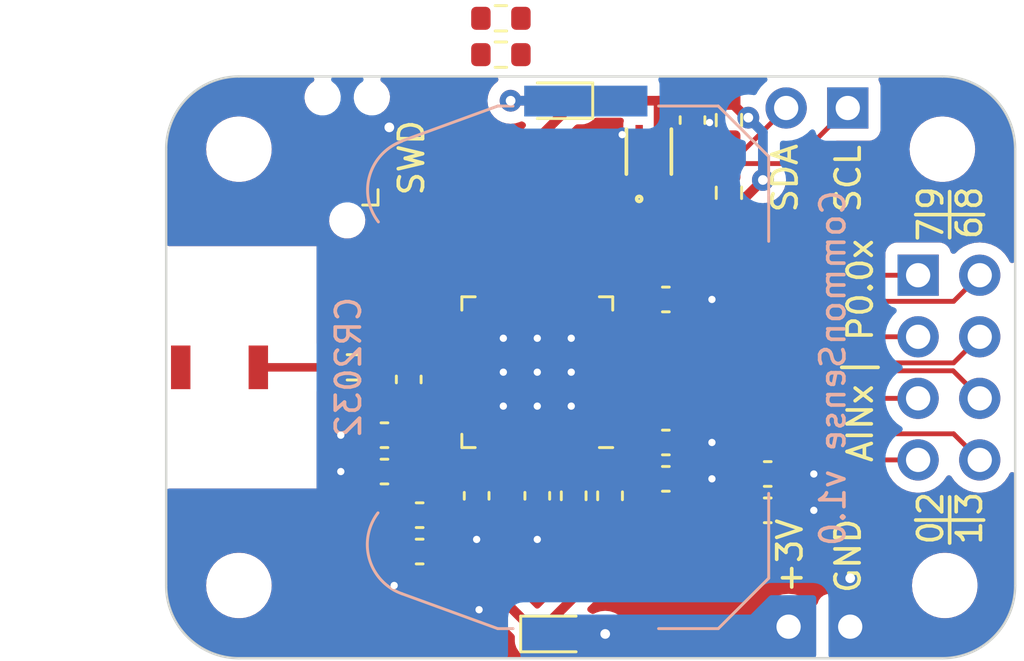
<source format=kicad_pcb>
(kicad_pcb (version 20221018) (generator pcbnew)
  (layers (0 "F.Cu" signal) (31 "B.Cu" signal) (34 "B.Paste" user) (35 "F.Paste" user) (36 "B.SilkS" user "B.Silkscreen") (37 "F.SilkS" user "F.Silkscreen") (38 "B.Mask" user) (39 "F.Mask" user) (44 "Edge.Cuts" user))
  (net 0 "")
  (net 1 "/RF")
  (net 2 "GND")
  (net 3 "/XL1")
  (net 4 "/XL2")
  (net 5 "/DEC1")
  (net 6 "/DEC4")
  (net 7 "/DEC3")
  (net 8 "/DEC2")
  (net 9 "/XC1")
  (net 10 "/XC2")
  (net 11 "/ANT")
  (net 12 "/LED_RES")
  (net 13 "/STATUS_LED")
  (net 14 "/P0.09")
  (net 15 "/P0.08")
  (net 16 "/P0.07")
  (net 17 "/P0.06")
  (net 18 "/AIN3")
  (net 19 "/AIN2")
  (net 20 "/AIN1")
  (net 21 "/AIN0")
  (net 32 "/SWDCLK")
  (net 33 "/SWDIO")
  (net 43 "/SDA")
  (net 44 "/SCL")
  (net 46 "/NRESET")
  (net 47 "/DCC")
  (net 48 "/L_MID")
  (net 49 "+BATT")
  (net 50 "+3V0")
  (footprint "Diode_SMD:D_0603_1608Metric" (layer "F.Cu") (at 152.1 57 180)
    (fp_text reference "D3" hide)
    (fp_text value "CDBU0130L-HF " hide)
    (fp_line (start -1.485 -0.735) (end -1.485 0.735) (stroke (width 0.12)) (layer "F.SilkS"))
    (fp_line (start -1.485 0.735) (end 0.8 0.735) (stroke (width 0.12)) (layer "F.SilkS"))
    (fp_line (start 0.8 -0.735) (end -1.485 -0.735) (stroke (width 0.12)) (layer "F.SilkS"))
    (pad "1" smd roundrect (at -0.7875 0 180) (size 0.875 0.95) (layers "F.Cu" "F.Paste" "F.Mask") (net 50 "+3V0"))
    (pad "2" smd roundrect (at 0.7875 0 180) (size 0.875 0.95) (layers "F.Cu" "F.Paste" "F.Mask") (net 49 "+BATT"))
  )
  (footprint "Connector_PinHeader_2.54mm:PinHeader_1x02_P2.54mm_Vertical" (layer "F.Cu") (at 164.2 78.7 -90)
    (fp_text reference "J2" hide)
    (fp_text value "Conn_01x02" hide)
    (pad "1" thru_hole rect locked (at 0 0 270) (size 1.7 1.7) (drill 1) (layers "*.Cu" "*.Mask") (net 2 "GND"))
    (pad "2" thru_hole oval locked (at 0 2.54 270) (size 1.7 1.7) (drill 1) (layers "*.Cu" "*.Mask") (net 49 "+BATT"))
  )
  (footprint "Capacitor_SMD:C_0603_1608Metric" (layer "F.Cu") (at 145 70.8 180)
    (fp_text reference "C9" hide)
    (fp_text value "N.C." hide)
    (fp_line (start -0.14058 -0.51) (end 0.14058 -0.51) (stroke (width 0.12)) (layer "F.SilkS"))
    (fp_line (start -0.14058 0.51) (end 0.14058 0.51) (stroke (width 0.12)) (layer "F.SilkS"))
    (pad "1" smd roundrect (at -0.775 0 180) (size 0.9 0.95) (layers "F.Cu" "F.Paste" "F.Mask") (net 8 "/DEC2"))
    (pad "2" smd roundrect (at 0.775 0 180) (size 0.9 0.95) (layers "F.Cu" "F.Paste" "F.Mask") (net 2 "GND"))
  )
  (footprint "Capacitor_SMD:C_0603_1608Metric" (layer "F.Cu") (at 156.6 71.1 180)
    (fp_text reference "C3" hide)
    (fp_text value "100n" hide)
    (fp_line (start -0.14058 -0.51) (end 0.14058 -0.51) (stroke (width 0.12)) (layer "F.SilkS"))
    (fp_line (start -0.14058 0.51) (end 0.14058 0.51) (stroke (width 0.12)) (layer "F.SilkS"))
    (pad "1" smd roundrect (at -0.775 0 180) (size 0.9 0.95) (layers "F.Cu" "F.Paste" "F.Mask") (net 2 "GND"))
    (pad "2" smd roundrect (at 0.775 0 180) (size 0.9 0.95) (layers "F.Cu" "F.Paste" "F.Mask") (net 5 "/DEC1"))
  )
  (footprint "Diode_SMD:D_0603_1608Metric" (layer "F.Cu") (at 152.1 79)
    (fp_text reference "D2" hide)
    (fp_text value "CDBU0130L-HF " hide)
    (fp_line (start -1.485 -0.735) (end -1.485 0.735) (stroke (width 0.12)) (layer "F.SilkS"))
    (fp_line (start -1.485 0.735) (end 0.8 0.735) (stroke (width 0.12)) (layer "F.SilkS"))
    (fp_line (start 0.8 -0.735) (end -1.485 -0.735) (stroke (width 0.12)) (layer "F.SilkS"))
    (pad "1" smd roundrect (at -0.7875 0) (size 0.875 0.95) (layers "F.Cu" "F.Paste" "F.Mask") (net 50 "+3V0"))
    (pad "2" smd roundrect (at 0.7875 0) (size 0.875 0.95) (layers "F.Cu" "F.Paste" "F.Mask") (net 49 "+BATT"))
  )
  (footprint "MountingHole:MountingHole_2.2mm_M2" (layer "F.Cu") (at 168.1 77)
    (fp_text reference "H4" hide)
    (fp_text value "MountingHole" hide)
    (pad "" np_thru_hole circle locked (at 0 0) (size 2.2 2.2) (drill 2.2) (layers "*.Cu" "*.Mask"))
  )
  (footprint "Inductor_SMD:L_0603_1608Metric" (layer "F.Cu") (at 154.3 73.3 90)
    (fp_text reference "L3" hide)
    (fp_text value "10uH" hide)
    (fp_line (start -0.162779 -0.51) (end 0.162779 -0.51) (stroke (width 0.12)) (layer "F.SilkS"))
    (fp_line (start -0.162779 0.51) (end 0.162779 0.51) (stroke (width 0.12)) (layer "F.SilkS"))
    (pad "1" smd roundrect (at -0.7875 0 90) (size 0.875 0.95) (layers "F.Cu" "F.Paste" "F.Mask") (net 48 "/L_MID"))
    (pad "2" smd roundrect (at 0.7875 0 90) (size 0.875 0.95) (layers "F.Cu" "F.Paste" "F.Mask") (net 47 "/DCC"))
  )
  (footprint "MountingHole:MountingHole_2.2mm_M2" (layer "F.Cu") (at 139 77)
    (fp_text reference "H1" hide)
    (fp_text value "MountingHole" hide)
    (pad "" np_thru_hole circle locked (at 0 0) (size 2.2 2.2) (drill 2.2) (layers "*.Cu" "*.Mask"))
  )
  (footprint "Connector_PinHeader_2.54mm:PinHeader_2x04_P2.54mm_Vertical" (layer "F.Cu") (at 167 64.2)
    (fp_text reference "J1" hide)
    (fp_text value "Conn_02x04_Counter_Clockwise" hide)
    (pad "1" thru_hole rect locked (at 0 0) (size 1.7 1.7) (drill 1) (layers "*.Cu" "*.Mask") (net 14 "/P0.09"))
    (pad "2" thru_hole oval locked (at 2.54 0) (size 1.7 1.7) (drill 1) (layers "*.Cu" "*.Mask") (net 15 "/P0.08"))
    (pad "3" thru_hole oval locked (at 0 2.54) (size 1.7 1.7) (drill 1) (layers "*.Cu" "*.Mask") (net 16 "/P0.07"))
    (pad "4" thru_hole oval locked (at 2.54 2.54) (size 1.7 1.7) (drill 1) (layers "*.Cu" "*.Mask") (net 17 "/P0.06"))
    (pad "5" thru_hole oval locked (at 0 5.08) (size 1.7 1.7) (drill 1) (layers "*.Cu" "*.Mask") (net 19 "/AIN2"))
    (pad "6" thru_hole oval locked (at 2.54 5.08) (size 1.7 1.7) (drill 1) (layers "*.Cu" "*.Mask") (net 18 "/AIN3"))
    (pad "7" thru_hole oval locked (at 0 7.62) (size 1.7 1.7) (drill 1) (layers "*.Cu" "*.Mask") (net 21 "/AIN0"))
    (pad "8" thru_hole oval locked (at 2.54 7.62) (size 1.7 1.7) (drill 1) (layers "*.Cu" "*.Mask") (net 20 "/AIN1"))
  )
  (footprint "encyclopedia_galactica:ECS-.327-12.5-12R-TR" (layer "F.Cu") (at 160.076228 75.527211 180)
    (fp_text reference "Y1" hide)
    (fp_text value " ECS-.327-12.5-12R-TR " hide)
    (pad "1" smd rect (at -0.7 0 180) (size 0.6 1.1) (layers "F.Cu" "F.Paste" "F.Mask") (net 4 "/XL2"))
    (pad "2" smd rect (at 0.7 0 180) (size 0.6 1.1) (layers "F.Cu" "F.Paste" "F.Mask") (net 3 "/XL1"))
  )
  (footprint "encyclopedia_galactica:2108838-1" (layer "F.Cu") (at 135.7 68)
    (fp_text reference "2108838-1" hide)
    (fp_text value "~" hide)
    (pad "1" smd rect (at 4.1 0) (size 0.8 1.8) (layers "F.Cu" "F.Paste" "F.Mask") (net 1 "/RF"))
    (pad "2" smd rect (at 0.9 0) (size 0.8 1.8) (layers "F.Cu" "F.Paste" "F.Mask"))
    (zone (net 0) (net_name "") (layers "*.Cu") (connect_pads (clearance 0)) (min_thickness 0.25)
      (keepout (tracks allowed) (vias not_allowed) (pads allowed) (copperpour not_allowed) (footprints not_allowed))
      (fill (thermal_gap 0.5) (thermal_bridge_width 0.5))
      (polygon (pts (xy 129.2 63) (xy 129.2 73) (xy 142.2 73) (xy 142.2 63)))
    )
  )
  (footprint "MountingHole:MountingHole_2.2mm_M2" (layer "F.Cu") (at 139 59)
    (fp_text reference "H2" hide)
    (fp_text value "MountingHole" hide)
    (pad "" np_thru_hole circle locked (at 0 0) (size 2.2 2.2) (drill 2.2) (layers "*.Cu" "*.Mask"))
  )
  (footprint "Connector_PinHeader_2.54mm:PinHeader_1x02_P2.54mm_Vertical" (layer "F.Cu") (at 164.1 57.3 -90)
    (fp_text reference "J3" hide)
    (fp_text value "Conn_01x02" hide)
    (pad "1" thru_hole rect locked (at 0 0 270) (size 1.7 1.7) (drill 1) (layers "*.Cu" "*.Mask") (net 44 "/SCL"))
    (pad "2" thru_hole oval locked (at 0 2.54 270) (size 1.7 1.7) (drill 1) (layers "*.Cu" "*.Mask") (net 43 "/SDA"))
  )
  (footprint "Resistor_SMD:R_0603_1608Metric" (layer "F.Cu") (at 149.8 53.6)
    (fp_text reference "D1" hide)
    (fp_text value "LED" hide)
    (fp_line (start -0.237258 -0.5225) (end 0.237258 -0.5225) (stroke (width 0.12)) (layer "F.SilkS"))
    (fp_line (start -0.237258 0.5225) (end 0.237258 0.5225) (stroke (width 0.12)) (layer "F.SilkS"))
    (pad "1" smd roundrect (at -0.825 0) (size 0.8 0.95) (layers "F.Cu" "F.Paste" "F.Mask") (net 2 "GND"))
    (pad "2" smd roundrect (at 0.825 0) (size 0.8 0.95) (layers "F.Cu" "F.Paste" "F.Mask") (net 12 "/LED_RES"))
  )
  (footprint "Package_DFN_QFN:QFN-48-1EP_6x6mm_P0.4mm_EP4.6x4.6mm" (layer "F.Cu") (at 151.3 68.2 180)
    (fp_text reference "U1" hide)
    (fp_text value "NRF52810-QFAA-R7" hide)
    (fp_line (start -3.11 3.11) (end -3.11 2.56) (stroke (width 0.12)) (layer "F.SilkS"))
    (fp_line (start -2.56 -3.11) (end -3.11 -3.11) (stroke (width 0.12)) (layer "F.SilkS"))
    (fp_line (start -2.56 3.11) (end -3.11 3.11) (stroke (width 0.12)) (layer "F.SilkS"))
    (fp_line (start 2.56 -3.11) (end 3.11 -3.11) (stroke (width 0.12)) (layer "F.SilkS"))
    (fp_line (start 2.56 3.11) (end 3.11 3.11) (stroke (width 0.12)) (layer "F.SilkS"))
    (fp_line (start 3.11 -3.11) (end 3.11 -2.56) (stroke (width 0.12)) (layer "F.SilkS"))
    (fp_line (start 3.11 3.11) (end 3.11 2.56) (stroke (width 0.12)) (layer "F.SilkS"))
    (pad "1" smd roundrect (at -2.95 -2.2 180) (size 0.8 0.2) (layers "F.Cu" "F.Paste" "F.Mask") (net 5 "/DEC1"))
    (pad "2" smd roundrect (at -2.95 -1.8 180) (size 0.8 0.2) (layers "F.Cu" "F.Paste" "F.Mask") (net 3 "/XL1"))
    (pad "3" smd roundrect (at -2.95 -1.4 180) (size 0.8 0.2) (layers "F.Cu" "F.Paste" "F.Mask") (net 4 "/XL2"))
    (pad "4" smd roundrect (at -2.95 -1 180) (size 0.8 0.2) (layers "F.Cu" "F.Paste" "F.Mask") (net 21 "/AIN0"))
    (pad "5" smd roundrect (at -2.95 -0.6 180) (size 0.8 0.2) (layers "F.Cu" "F.Paste" "F.Mask") (net 20 "/AIN1"))
    (pad "6" smd roundrect (at -2.95 -0.2 180) (size 0.8 0.2) (layers "F.Cu" "F.Paste" "F.Mask") (net 19 "/AIN2"))
    (pad "7" smd roundrect (at -2.95 0.2 180) (size 0.8 0.2) (layers "F.Cu" "F.Paste" "F.Mask") (net 18 "/AIN3"))
    (pad "8" smd roundrect (at -2.95 0.6 180) (size 0.8 0.2) (layers "F.Cu" "F.Paste" "F.Mask") (net 17 "/P0.06"))
    (pad "9" smd roundrect (at -2.95 1 180) (size 0.8 0.2) (layers "F.Cu" "F.Paste" "F.Mask") (net 16 "/P0.07"))
    (pad "10" smd roundrect (at -2.95 1.4 180) (size 0.8 0.2) (layers "F.Cu" "F.Paste" "F.Mask") (net 15 "/P0.08"))
    (pad "11" smd roundrect (at -2.95 1.8 180) (size 0.8 0.2) (layers "F.Cu" "F.Paste" "F.Mask") (net 14 "/P0.09"))
    (pad "12" smd roundrect (at -2.95 2.2 180) (size 0.8 0.2) (layers "F.Cu" "F.Paste" "F.Mask"))
    (pad "13" smd roundrect (at -2.2 2.95 180) (size 0.2 0.8) (layers "F.Cu" "F.Paste" "F.Mask") (net 50 "+3V0"))
    (pad "14" smd roundrect (at -1.8 2.95 180) (size 0.2 0.8) (layers "F.Cu" "F.Paste" "F.Mask"))
    (pad "15" smd roundrect (at -1.4 2.95 180) (size 0.2 0.8) (layers "F.Cu" "F.Paste" "F.Mask"))
    (pad "16" smd roundrect (at -1 2.95 180) (size 0.2 0.8) (layers "F.Cu" "F.Paste" "F.Mask") (net 44 "/SCL"))
    (pad "17" smd roundrect (at -0.6 2.95 180) (size 0.2 0.8) (layers "F.Cu" "F.Paste" "F.Mask") (net 43 "/SDA"))
    (pad "18" smd roundrect (at -0.2 2.95 180) (size 0.2 0.8) (layers "F.Cu" "F.Paste" "F.Mask"))
    (pad "19" smd roundrect (at 0.2 2.95 180) (size 0.2 0.8) (layers "F.Cu" "F.Paste" "F.Mask"))
    (pad "20" smd roundrect (at 0.6 2.95 180) (size 0.2 0.8) (layers "F.Cu" "F.Paste" "F.Mask"))
    (pad "21" smd roundrect (at 1 2.95 180) (size 0.2 0.8) (layers "F.Cu" "F.Paste" "F.Mask"))
    (pad "22" smd roundrect (at 1.4 2.95 180) (size 0.2 0.8) (layers "F.Cu" "F.Paste" "F.Mask"))
    (pad "23" smd roundrect (at 1.8 2.95 180) (size 0.2 0.8) (layers "F.Cu" "F.Paste" "F.Mask") (net 13 "/STATUS_LED"))
    (pad "24" smd roundrect (at 2.2 2.95 180) (size 0.2 0.8) (layers "F.Cu" "F.Paste" "F.Mask") (net 46 "/NRESET"))
    (pad "25" smd roundrect (at 2.95 2.2 180) (size 0.8 0.2) (layers "F.Cu" "F.Paste" "F.Mask") (net 32 "/SWDCLK"))
    (pad "26" smd roundrect (at 2.95 1.8 180) (size 0.8 0.2) (layers "F.Cu" "F.Paste" "F.Mask") (net 33 "/SWDIO"))
    (pad "27" smd roundrect (at 2.95 1.4 180) (size 0.8 0.2) (layers "F.Cu" "F.Paste" "F.Mask"))
    (pad "28" smd roundrect (at 2.95 1 180) (size 0.8 0.2) (layers "F.Cu" "F.Paste" "F.Mask"))
    (pad "29" smd roundrect (at 2.95 0.6 180) (size 0.8 0.2) (layers "F.Cu" "F.Paste" "F.Mask"))
    (pad "30" smd roundrect (at 2.95 0.2 180) (size 0.8 0.2) (layers "F.Cu" "F.Paste" "F.Mask") (net 11 "/ANT"))
    (pad "31" smd roundrect (at 2.95 -0.2 180) (size 0.8 0.2) (layers "F.Cu" "F.Paste" "F.Mask") (net 2 "GND"))
    (pad "32" smd roundrect (at 2.95 -0.6 180) (size 0.8 0.2) (layers "F.Cu" "F.Paste" "F.Mask") (net 8 "/DEC2"))
    (pad "33" smd roundrect (at 2.95 -1 180) (size 0.8 0.2) (layers "F.Cu" "F.Paste" "F.Mask") (net 7 "/DEC3"))
    (pad "34" smd roundrect (at 2.95 -1.4 180) (size 0.8 0.2) (layers "F.Cu" "F.Paste" "F.Mask") (net 10 "/XC2"))
    (pad "35" smd roundrect (at 2.95 -1.8 180) (size 0.8 0.2) (layers "F.Cu" "F.Paste" "F.Mask") (net 9 "/XC1"))
    (pad "36" smd roundrect (at 2.95 -2.2 180) (size 0.8 0.2) (layers "F.Cu" "F.Paste" "F.Mask") (net 50 "+3V0"))
    (pad "37" smd roundrect (at 2.2 -2.95 180) (size 0.2 0.8) (layers "F.Cu" "F.Paste" "F.Mask"))
    (pad "38" smd roundrect (at 1.8 -2.95 180) (size 0.2 0.8) (layers "F.Cu" "F.Paste" "F.Mask"))
    (pad "39" smd roundrect (at 1.4 -2.95 180) (size 0.2 0.8) (layers "F.Cu" "F.Paste" "F.Mask"))
    (pad "40" smd roundrect (at 1 -2.95 180) (size 0.2 0.8) (layers "F.Cu" "F.Paste" "F.Mask"))
    (pad "41" smd roundrect (at 0.6 -2.95 180) (size 0.2 0.8) (layers "F.Cu" "F.Paste" "F.Mask"))
    (pad "42" smd roundrect (at 0.2 -2.95 180) (size 0.2 0.8) (layers "F.Cu" "F.Paste" "F.Mask"))
    (pad "43" smd roundrect (at -0.2 -2.95 180) (size 0.2 0.8) (layers "F.Cu" "F.Paste" "F.Mask"))
    (pad "44" smd roundrect (at -0.6 -2.95 180) (size 0.2 0.8) (layers "F.Cu" "F.Paste" "F.Mask"))
    (pad "45" smd roundrect (at -1 -2.95 180) (size 0.2 0.8) (layers "F.Cu" "F.Paste" "F.Mask") (net 2 "GND"))
    (pad "46" smd roundrect (at -1.4 -2.95 180) (size 0.2 0.8) (layers "F.Cu" "F.Paste" "F.Mask") (net 6 "/DEC4"))
    (pad "47" smd roundrect (at -1.8 -2.95 180) (size 0.2 0.8) (layers "F.Cu" "F.Paste" "F.Mask") (net 47 "/DCC"))
    (pad "48" smd roundrect (at -2.2 -2.95 180) (size 0.2 0.8) (layers "F.Cu" "F.Paste" "F.Mask") (net 50 "+3V0"))
    (pad "49" smd rect (at 0 0 180) (size 4.6 4.6) (layers "F.Cu" "F.Mask") (net 2 "GND"))
  )
  (footprint "Capacitor_SMD:C_0603_1608Metric" (layer "F.Cu") (at 145 72.3 180)
    (fp_text reference "C8" hide)
    (fp_text value "100pF" hide)
    (fp_line (start -0.14058 -0.51) (end 0.14058 -0.51) (stroke (width 0.12)) (layer "F.SilkS"))
    (fp_line (start -0.14058 0.51) (end 0.14058 0.51) (stroke (width 0.12)) (layer "F.SilkS"))
    (pad "1" smd roundrect (at -0.775 0 180) (size 0.9 0.95) (layers "F.Cu" "F.Paste" "F.Mask") (net 7 "/DEC3"))
    (pad "2" smd roundrect (at 0.775 0 180) (size 0.9 0.95) (layers "F.Cu" "F.Paste" "F.Mask") (net 2 "GND"))
  )
  (footprint "Capacitor_SMD:C_0603_1608Metric" (layer "F.Cu") (at 156.6 72.6 180)
    (fp_text reference "C5" hide)
    (fp_text value "4u7" hide)
    (fp_line (start -0.14058 -0.51) (end 0.14058 -0.51) (stroke (width 0.12)) (layer "F.SilkS"))
    (fp_line (start -0.14058 0.51) (end 0.14058 0.51) (stroke (width 0.12)) (layer "F.SilkS"))
    (pad "1" smd roundrect (at -0.775 0 180) (size 0.9 0.95) (layers "F.Cu" "F.Paste" "F.Mask") (net 2 "GND"))
    (pad "2" smd roundrect (at 0.775 0 180) (size 0.9 0.95) (layers "F.Cu" "F.Paste" "F.Mask") (net 50 "+3V0"))
  )
  (footprint "Capacitor_SMD:C_0603_1608Metric" (layer "F.Cu") (at 146.45 74.1 180)
    (fp_text reference "C11" hide)
    (fp_text value "12pF" hide)
    (fp_line (start -0.14058 -0.51) (end 0.14058 -0.51) (stroke (width 0.12)) (layer "F.SilkS"))
    (fp_line (start -0.14058 0.51) (end 0.14058 0.51) (stroke (width 0.12)) (layer "F.SilkS"))
    (pad "1" smd roundrect (at -0.775 0 180) (size 0.9 0.95) (layers "F.Cu" "F.Paste" "F.Mask") (net 10 "/XC2"))
    (pad "2" smd roundrect (at 0.775 0 180) (size 0.9 0.95) (layers "F.Cu" "F.Paste" "F.Mask") (net 2 "GND"))
  )
  (footprint "Resistor_SMD:R_0603_1608Metric" (layer "F.Cu") (at 159.2 57.8 -90)
    (fp_text reference "R4" hide)
    (fp_text value "10k" hide)
    (fp_line (start -0.237258 -0.5225) (end 0.237258 -0.5225) (stroke (width 0.12)) (layer "F.SilkS"))
    (fp_line (start -0.237258 0.5225) (end 0.237258 0.5225) (stroke (width 0.12)) (layer "F.SilkS"))
    (pad "1" smd roundrect (at -0.825 0 270) (size 0.8 0.95) (layers "F.Cu" "F.Paste" "F.Mask") (net 50 "+3V0"))
    (pad "2" smd roundrect (at 0.825 0 270) (size 0.8 0.95) (layers "F.Cu" "F.Paste" "F.Mask") (net 43 "/SDA"))
  )
  (footprint "Connector:Tag-Connect_TC2030-IDC-NL_2x03_P1.27mm_Vertical" (layer "F.Cu") (at 143.465 59.4 90)
    (fp_text reference "J5" hide)
    (fp_text value "Conn_ARM_SWD_TagConnect_TC2030-NL" hide)
    (fp_line (start -1.905 1.27) (end -1.905 0.635) (stroke (width 0.12)) (layer "F.SilkS"))
    (fp_line (start -1.27 1.27) (end -1.905 1.27) (stroke (width 0.12)) (layer "F.SilkS"))
    (pad "" np_thru_hole circle (at -2.54 0 90) (size 0.9906 0.9906) (drill 0.9906) (layers "*.Cu" "*.Mask"))
    (pad "" np_thru_hole circle (at 2.54 -1.016 90) (size 0.9906 0.9906) (drill 0.9906) (layers "*.Cu" "*.Mask"))
    (pad "" np_thru_hole circle (at 2.54 1.016 90) (size 0.9906 0.9906) (drill 0.9906) (layers "*.Cu" "*.Mask"))
    (pad "1" connect circle (at -1.27 0.635 90) (size 0.7874 0.7874) (layers "F.Cu" "F.Mask") (net 50 "+3V0"))
    (pad "2" connect circle (at -1.27 -0.635 90) (size 0.7874 0.7874) (layers "F.Cu" "F.Mask") (net 33 "/SWDIO"))
    (pad "3" connect circle (at 0 0.635 90) (size 0.7874 0.7874) (layers "F.Cu" "F.Mask") (net 46 "/NRESET"))
    (pad "4" connect circle (at 0 -0.635 90) (size 0.7874 0.7874) (layers "F.Cu" "F.Mask") (net 32 "/SWDCLK"))
    (pad "5" connect circle (at 1.27 0.635 90) (size 0.7874 0.7874) (layers "F.Cu" "F.Mask") (net 2 "GND"))
    (pad "6" connect circle (at 1.27 -0.635 90) (size 0.7874 0.7874) (layers "F.Cu" "F.Mask"))
    (zone (net 0) (net_name "") (layer "F.Cu") (connect_pads (clearance 0)) (min_thickness 0.254)
      (keepout (tracks allowed) (vias not_allowed) (pads allowed) (copperpour not_allowed) (footprints not_allowed))
      (fill (thermal_gap 0.508) (thermal_bridge_width 0.508))
      (polygon (pts (xy 142.83 58.13) (xy 142.83 60.67) (xy 144.1 60.67) (xy 144.1 58.13)))
    )
  )
  (footprint "Resistor_SMD:R_0603_1608Metric" (layer "F.Cu") (at 149.8 55.1)
    (fp_text reference "R1" hide)
    (fp_text value "R" hide)
    (fp_line (start -0.237258 -0.5225) (end 0.237258 -0.5225) (stroke (width 0.12)) (layer "F.SilkS"))
    (fp_line (start -0.237258 0.5225) (end 0.237258 0.5225) (stroke (width 0.12)) (layer "F.SilkS"))
    (pad "1" smd roundrect (at -0.825 0) (size 0.8 0.95) (layers "F.Cu" "F.Paste" "F.Mask") (net 13 "/STATUS_LED"))
    (pad "2" smd roundrect (at 0.825 0) (size 0.8 0.95) (layers "F.Cu" "F.Paste" "F.Mask") (net 12 "/LED_RES"))
  )
  (footprint "MountingHole:MountingHole_2.2mm_M2" (layer "F.Cu") (at 168 59)
    (fp_text reference "H3" hide)
    (fp_text value "MountingHole" hide)
    (pad "" np_thru_hole circle locked (at 0 0) (size 2.2 2.2) (drill 2.2) (layers "*.Cu" "*.Mask"))
  )
  (footprint "Resistor_SMD:R_0603_1608Metric" (layer "F.Cu") (at 143.7 68 180)
    (fp_text reference "L1" hide)
    (fp_text value "3.9nH" hide)
    (fp_line (start -0.237258 -0.5225) (end 0.237258 -0.5225) (stroke (width 0.12)) (layer "F.SilkS"))
    (fp_line (start -0.237258 0.5225) (end 0.237258 0.5225) (stroke (width 0.12)) (layer "F.SilkS"))
    (pad "1" smd roundrect (at -0.825 0 180) (size 0.8 0.95) (layers "F.Cu" "F.Paste" "F.Mask") (net 11 "/ANT"))
    (pad "2" smd roundrect (at 0.825 0 180) (size 0.8 0.95) (layers "F.Cu" "F.Paste" "F.Mask") (net 1 "/RF"))
  )
  (footprint "Resistor_SMD:R_0603_1608Metric" (layer "F.Cu") (at 159.2 60.8 -90)
    (fp_text reference "R3" hide)
    (fp_text value "10k" hide)
    (fp_line (start -0.237258 -0.5225) (end 0.237258 -0.5225) (stroke (width 0.12)) (layer "F.SilkS"))
    (fp_line (start -0.237258 0.5225) (end 0.237258 0.5225) (stroke (width 0.12)) (layer "F.SilkS"))
    (pad "1" smd roundrect (at -0.825 0 270) (size 0.8 0.95) (layers "F.Cu" "F.Paste" "F.Mask") (net 44 "/SCL"))
    (pad "2" smd roundrect (at 0.825 0 270) (size 0.8 0.95) (layers "F.Cu" "F.Paste" "F.Mask") (net 50 "+3V0"))
  )
  (footprint "Capacitor_SMD:C_0603_1608Metric" (layer "F.Cu") (at 148.8 73.3 90)
    (fp_text reference "C7" hide)
    (fp_text value "100n" hide)
    (fp_line (start -0.14058 -0.51) (end 0.14058 -0.51) (stroke (width 0.12)) (layer "F.SilkS"))
    (fp_line (start -0.14058 0.51) (end 0.14058 0.51) (stroke (width 0.12)) (layer "F.SilkS"))
    (pad "1" smd roundrect (at -0.775 0 90) (size 0.9 0.95) (layers "F.Cu" "F.Paste" "F.Mask") (net 2 "GND"))
    (pad "2" smd roundrect (at 0.775 0 90) (size 0.9 0.95) (layers "F.Cu" "F.Paste" "F.Mask") (net 50 "+3V0"))
  )
  (footprint "Capacitor_SMD:C_0603_1608Metric" (layer "F.Cu") (at 157.7 57.8 -90)
    (fp_text reference "C13" hide)
    (fp_text value "100n" hide)
    (fp_line (start -0.14058 -0.51) (end 0.14058 -0.51) (stroke (width 0.12)) (layer "F.SilkS"))
    (fp_line (start -0.14058 0.51) (end 0.14058 0.51) (stroke (width 0.12)) (layer "F.SilkS"))
    (pad "1" smd roundrect (at -0.775 0 270) (size 0.9 0.95) (layers "F.Cu" "F.Paste" "F.Mask") (net 50 "+3V0"))
    (pad "2" smd roundrect (at 0.775 0 270) (size 0.9 0.95) (layers "F.Cu" "F.Paste" "F.Mask") (net 2 "GND"))
  )
  (footprint "Capacitor_SMD:C_0603_1608Metric" (layer "F.Cu") (at 160.8 73.9)
    (fp_text reference "C2" hide)
    (fp_text value "12pF" hide)
    (fp_line (start -0.14058 -0.51) (end 0.14058 -0.51) (stroke (width 0.12)) (layer "F.SilkS"))
    (fp_line (start -0.14058 0.51) (end 0.14058 0.51) (stroke (width 0.12)) (layer "F.SilkS"))
    (pad "1" smd roundrect (at -0.775 0) (size 0.9 0.95) (layers "F.Cu" "F.Paste" "F.Mask") (net 4 "/XL2"))
    (pad "2" smd roundrect (at 0.775 0) (size 0.9 0.95) (layers "F.Cu" "F.Paste" "F.Mask") (net 2 "GND"))
  )
  (footprint "Capacitor_SMD:C_0603_1608Metric" (layer "F.Cu") (at 156.6 65.2 180)
    (fp_text reference "C4" hide)
    (fp_text value "100n" hide)
    (fp_line (start -0.14058 -0.51) (end 0.14058 -0.51) (stroke (width 0.12)) (layer "F.SilkS"))
    (fp_line (start -0.14058 0.51) (end 0.14058 0.51) (stroke (width 0.12)) (layer "F.SilkS"))
    (pad "1" smd roundrect (at -0.775 0 180) (size 0.9 0.95) (layers "F.Cu" "F.Paste" "F.Mask") (net 2 "GND"))
    (pad "2" smd roundrect (at 0.775 0 180) (size 0.9 0.95) (layers "F.Cu" "F.Paste" "F.Mask") (net 50 "+3V0"))
  )
  (footprint "encyclopedia_galactica:DFN4_SHT41_SEN" (layer "F.Cu") (at 155.9 59.1 90)
    (fp_text reference "U2" hide)
    (fp_text value "SHT41-AD1B-R2" hide)
    (fp_line (start -0.9271 0.9271) (end 0.9271 0.9271) (stroke (width 0.1524)) (layer "F.SilkS"))
    (fp_line (start 0.9271 -0.9271) (end -0.9271 -0.9271) (stroke (width 0.1524)) (layer "F.SilkS"))
    (fp_circle (center -1.950999 -0.40005) (end -1.849399 -0.40005) (stroke (width 0.1524)) (fill none) (layer "F.SilkS"))
    (pad "1" smd rect (at -0.7469 -0.40005 90) (size 0.706399 0.3056) (layers "F.Cu" "F.Paste" "F.Mask") (net 43 "/SDA"))
    (pad "2" smd rect (at -0.7469 0.40005 90) (size 0.706399 0.3056) (layers "F.Cu" "F.Paste" "F.Mask") (net 44 "/SCL"))
    (pad "3" smd rect (at 0.7469 0.40005 90) (size 0.706399 0.3056) (layers "F.Cu" "F.Paste" "F.Mask") (net 50 "+3V0"))
    (pad "4" smd rect (at 0.7469 -0.40005 90) (size 0.706399 0.3056) (layers "F.Cu" "F.Paste" "F.Mask") (net 2 "GND"))
  )
  (footprint "Capacitor_SMD:C_0603_1608Metric" (layer "F.Cu") (at 160.8 72.4)
    (fp_text reference "C1" hide)
    (fp_text value "12pF" hide)
    (fp_line (start -0.14058 -0.51) (end 0.14058 -0.51) (stroke (width 0.12)) (layer "F.SilkS"))
    (fp_line (start -0.14058 0.51) (end 0.14058 0.51) (stroke (width 0.12)) (layer "F.SilkS"))
    (pad "1" smd roundrect (at -0.775 0) (size 0.9 0.95) (layers "F.Cu" "F.Paste" "F.Mask") (net 3 "/XL1"))
    (pad "2" smd roundrect (at 0.775 0) (size 0.9 0.95) (layers "F.Cu" "F.Paste" "F.Mask") (net 2 "GND"))
  )
  (footprint "Inductor_SMD:L_0603_1608Metric" (layer "F.Cu") (at 152.8 73.3 -90)
    (fp_text reference "L2" hide)
    (fp_text value "15nH" hide)
    (fp_line (start -0.162779 -0.51) (end 0.162779 -0.51) (stroke (width 0.12)) (layer "F.SilkS"))
    (fp_line (start -0.162779 0.51) (end 0.162779 0.51) (stroke (width 0.12)) (layer "F.SilkS"))
    (pad "1" smd roundrect (at -0.7875 0 270) (size 0.875 0.95) (layers "F.Cu" "F.Paste" "F.Mask") (net 6 "/DEC4"))
    (pad "2" smd roundrect (at 0.7875 0 270) (size 0.875 0.95) (layers "F.Cu" "F.Paste" "F.Mask") (net 48 "/L_MID"))
  )
  (footprint "encyclopedia_galactica:ABM11W-30.0000MHZ-7-D1X-T3" (layer "F.Cu") (at 147.1625 77.5)
    (fp_text reference "Y2" hide)
    (fp_text value "ABM11W-32.0000MHZ-7-D1X-T3 " hide)
    (pad "1" smd rect (at -0.637 -0.487 90) (size 0.775 0.875) (layers "F.Cu" "F.Paste" "F.Mask") (net 2 "GND"))
    (pad "2" smd rect (at 0.637 -0.487 90) (size 0.775 0.875) (layers "F.Cu" "F.Paste" "F.Mask") (net 9 "/XC1"))
    (pad "3" smd rect (at -0.637 0.487 90) (size 0.775 0.875) (layers "F.Cu" "F.Paste" "F.Mask") (net 10 "/XC2"))
    (pad "4" smd rect (at 0.637 0.487 90) (size 0.775 0.875) (layers "F.Cu" "F.Paste" "F.Mask") (net 2 "GND"))
  )
  (footprint "Capacitor_SMD:C_0603_1608Metric" (layer "F.Cu") (at 146 68.5 90)
    (fp_text reference "C12" hide)
    (fp_text value "0.8pF" hide)
    (fp_line (start -0.14058 -0.51) (end 0.14058 -0.51) (stroke (width 0.12)) (layer "F.SilkS"))
    (fp_line (start -0.14058 0.51) (end 0.14058 0.51) (stroke (width 0.12)) (layer "F.SilkS"))
    (pad "1" smd roundrect (at -0.775 0 90) (size 0.9 0.95) (layers "F.Cu" "F.Paste" "F.Mask") (net 2 "GND"))
    (pad "2" smd roundrect (at 0.775 0 90) (size 0.9 0.95) (layers "F.Cu" "F.Paste" "F.Mask") (net 11 "/ANT"))
  )
  (footprint "Capacitor_SMD:C_0603_1608Metric" (layer "F.Cu") (at 151.3 73.3 -90)
    (fp_text reference "C6" hide)
    (fp_text value "1u" hide)
    (fp_line (start -0.14058 -0.51) (end 0.14058 -0.51) (stroke (width 0.12)) (layer "F.SilkS"))
    (fp_line (start -0.14058 0.51) (end 0.14058 0.51) (stroke (width 0.12)) (layer "F.SilkS"))
    (pad "1" smd roundrect (at -0.775 0 270) (size 0.9 0.95) (layers "F.Cu" "F.Paste" "F.Mask") (net 6 "/DEC4"))
    (pad "2" smd roundrect (at 0.775 0 270) (size 0.9 0.95) (layers "F.Cu" "F.Paste" "F.Mask") (net 2 "GND"))
  )
  (footprint "Capacitor_SMD:C_0603_1608Metric" (layer "F.Cu") (at 146.45 75.6 180)
    (fp_text reference "C10" hide)
    (fp_text value "12pF" hide)
    (fp_line (start -0.14058 -0.51) (end 0.14058 -0.51) (stroke (width 0.12)) (layer "F.SilkS"))
    (fp_line (start -0.14058 0.51) (end 0.14058 0.51) (stroke (width 0.12)) (layer "F.SilkS"))
    (pad "1" smd roundrect (at -0.775 0 180) (size 0.9 0.95) (layers "F.Cu" "F.Paste" "F.Mask") (net 9 "/XC1"))
    (pad "2" smd roundrect (at 0.775 0 180) (size 0.9 0.95) (layers "F.Cu" "F.Paste" "F.Mask") (net 2 "GND"))
  )
  (footprint "Battery:BatteryHolder_Keystone_3034_1x20mm" (layer "B.Cu") (at 153.3 68 90)
    (fp_text reference "BT1" hide)
    (fp_text value "Battery_Cell" hide)
    (fp_line (start -10.78 -3.63) (end -9.34 -7.58) (stroke (width 0.12)) (layer "B.SilkS"))
    (fp_line (start -10.78 -3) (end -10.78 -3.63) (stroke (width 0.12)) (layer "B.SilkS"))
    (fp_line (start -10.78 5.46) (end -10.78 3) (stroke (width 0.12)) (layer "B.SilkS"))
    (fp_line (start -8.7 7.54) (end -10.78 5.46) (stroke (width 0.12)) (layer "B.SilkS"))
    (fp_line (start -5.2 7.54) (end -8.7 7.54) (stroke (width 0.12)) (layer "B.SilkS"))
    (fp_line (start 8.7 7.54) (end 5.2 7.54) (stroke (width 0.12)) (layer "B.SilkS"))
    (fp_line (start 8.7 7.54) (end 10.78 5.46) (stroke (width 0.12)) (layer "B.SilkS"))
    (fp_line (start 10.78 -3.63) (end 9.34 -7.58) (stroke (width 0.12)) (layer "B.SilkS"))
    (fp_line (start 10.78 -3) (end 10.78 -3.63) (stroke (width 0.12)) (layer "B.SilkS"))
    (fp_line (start 10.78 5.46) (end 10.78 3) (stroke (width 0.12)) (layer "B.SilkS"))
    (fp_arc (start -9.34 -7.58) (mid -7.921654 -8.918738) (end -6.003354 -8.56653) (stroke (width 0.12)) (layer "B.SilkS"))
    (fp_arc (start 6 -8.55) (mid 7.90634 -8.911669) (end 9.325243 -7.588169) (stroke (width 0.12)) (layer "B.SilkS"))
    (pad "1" smd rect (at -10.985 0 90) (size 1.27 5.08) (layers "B.Cu" "B.Paste" "B.Mask") (net 49 "+BATT"))
    (pad "1" smd rect (at 10.985 0 90) (size 1.27 5.08) (layers "B.Cu" "B.Paste" "B.Mask") (net 49 "+BATT"))
    (pad "2" smd circle (at 0 0 90) (size 17.8 17.8) (layers "B.Cu" "B.Mask") (net 2 "GND"))
  )
  (gr_line (start 168.3 75.25) (end 168.3 73.35) (stroke (width 0.15)) (layer "F.SilkS"))
  (gr_line (start 165.35 68) (end 163.85 68) (stroke (width 0.15)) (layer "F.SilkS"))
  (gr_line (start 168.3 62.65) (end 168.3 60.75) (stroke (width 0.15)) (layer "F.SilkS"))
  (gr_line (start 166.9 74.3) (end 169.7 74.3) (stroke (width 0.15)) (layer "F.SilkS"))
  (gr_line (start 166.9 61.7) (end 169.7 61.7) (stroke (width 0.15)) (layer "F.SilkS"))
  (gr_line locked (start 168.000001 80.000001) (end 139 80) (stroke (width 0.1)) (layer "Edge.Cuts"))
  (gr_line locked (start 171 59) (end 171 77) (stroke (width 0.1)) (layer "Edge.Cuts"))
  (gr_arc locked (start 138.999999 80.000001) (mid 136.878679 79.121321) (end 135.999999 77.000001) (stroke (width 0.1)) (layer "Edge.Cuts"))
  (gr_arc locked (start 168 56) (mid 170.12132 56.87868) (end 171 59) (stroke (width 0.1)) (layer "Edge.Cuts"))
  (gr_arc locked (start 135.999999 58.999999) (mid 136.878679 56.878679) (end 138.999999 55.999999) (stroke (width 0.1)) (layer "Edge.Cuts"))
  (gr_line locked (start 139 56) (end 168 56) (stroke (width 0.1)) (layer "Edge.Cuts"))
  (gr_arc locked (start 171.000001 77.000001) (mid 170.121321 79.121321) (end 168.000001 80.000001) (stroke (width 0.1)) (layer "Edge.Cuts"))
  (gr_line locked (start 136 77) (end 136 59) (stroke (width 0.1)) (layer "Edge.Cuts"))
  (gr_text "CommonSense v1.0" (at 162.9 60.6 90) (layer "B.SilkS") (effects (font (size 1 1)) (justify left top mirror)))
  (gr_text "CR2032" (at 144.1 65 90) (layer "B.SilkS") (effects (font (size 1 1)) (justify left bottom mirror)))
  (gr_text "7" (at 168.1 62.9 90) (layer "F.SilkS") (effects (font (size 1 1)) (justify left bottom)))
  (gr_text "SCL" (at 164.7 61.7 90) (layer "F.SilkS") (effects (font (size 1 1)) (justify left bottom)))
  (gr_text "SDA" (at 162.1 61.7 90) (layer "F.SilkS") (effects (font (size 1 1)) (justify left bottom)))
  (gr_text "P0.0x" (at 165.2 67 90) (layer "F.SilkS") (effects (font (size 1 1)) (justify left bottom)))
  (gr_text "+3V" (at 162.3 77.4 90) (layer "F.SilkS") (effects (font (size 1 1)) (justify left bottom)))
  (gr_text "6" (at 169.7 62.8 90) (layer "F.SilkS") (effects (font (size 1 1)) (justify left bottom)))
  (gr_text "SWD" (at 146.7 61 90) (layer "F.SilkS") (effects (font (size 1 1)) (justify left bottom)))
  (gr_text "GND" (at 164.7 77.4 90) (layer "F.SilkS") (effects (font (size 1 1)) (justify left bottom)))
  (gr_text "0" (at 168.1 75.4 90) (layer "F.SilkS") (effects (font (size 1 1)) (justify left bottom)))
  (gr_text "AINx" (at 165.2 72 90) (layer "F.SilkS") (effects (font (size 1 1)) (justify left bottom)))
  (gr_text "3" (at 169.7 74.2 90) (layer "F.SilkS") (effects (font (size 1 1)) (justify left bottom)))
  (gr_text "9" (at 168.1 61.6 90) (layer "F.SilkS") (effects (font (size 1 1)) (justify left bottom)))
  (gr_text "2" (at 168.1 74.2 90) (layer "F.SilkS") (effects (font (size 1 1)) (justify left bottom)))
  (gr_text "8" (at 169.7 61.6 90) (layer "F.SilkS") (effects (font (size 1 1)) (justify left bottom)))
  (gr_text "1" (at 169.7 75.4 90) (layer "F.SilkS") (effects (font (size 1 1)) (justify left bottom)))
  (segment (start 142.875 68) (end 139.8 68) (width 0.35) (layer "F.Cu") (net 1))
  (segment (start 148.887 77.987) (end 148.9 78) (width 0.4) (layer "F.Cu") (net 2))
  (segment (start 149.7 68.4) (end 149.9 68.2) (width 0.2) (layer "F.Cu") (net 2))
  (segment (start 152.3 69.2) (end 151.3 68.2) (width 0.2) (layer "F.Cu") (net 2))
  (segment (start 161.575 73.9) (end 162.7 73.9) (width 0.4) (layer "F.Cu") (net 2))
  (segment (start 155.45305 58.4) (end 155.49995 58.3531) (width 0.2) (layer "F.Cu") (net 2))
  (segment (start 157.725 58.575) (end 158.4 57.9) (width 0.4) (layer "F.Cu") (net 2))
  (segment (start 145.413 77.013) (end 145.4 77) (width 0.4) (layer "F.Cu") (net 2))
  (segment (start 144.1 58.13) (end 145.17 58.13) (width 0.4) (layer "F.Cu") (net 2))
  (segment (start 143.2 70.8) (end 144.225 70.8) (width 0.4) (layer "F.Cu") (net 2))
  (segment (start 157.7 58.575) (end 157.725 58.575) (width 0.4) (layer "F.Cu") (net 2))
  (segment (start 144.225 72.3) (end 143.2 72.3) (width 0.4) (layer "F.Cu") (net 2))
  (segment (start 157.375 72.6) (end 158.5 72.6) (width 0.4) (layer "F.Cu") (net 2))
  (segment (start 152.3 71.15) (end 152.3 69.2) (width 0.2) (layer "F.Cu") (net 2))
  (segment (start 158.5 71.1) (end 157.375 71.1) (width 0.4) (layer "F.Cu") (net 2))
  (segment (start 164.2 78.7) (end 164.2 76.7) (width 0.4) (layer "F.Cu") (net 2))
  (segment (start 148.312495 68.437505) (end 146.837495 68.437505) (width 0.25) (layer "F.Cu") (net 2))
  (segment (start 146.837495 68.437505) (end 146 69.275) (width 0.25) (layer "F.Cu") (net 2))
  (segment (start 148.8 74.075) (end 148.8 75.1) (width 0.4) (layer "F.Cu") (net 2))
  (segment (start 148.35 68.4) (end 149.7 68.4) (width 0.2) (layer "F.Cu") (net 2))
  (segment (start 161.575 72.4) (end 162.7 72.4) (width 0.4) (layer "F.Cu") (net 2))
  (segment (start 151.3 74.075) (end 151.3 75.1) (width 0.4) (layer "F.Cu") (net 2))
  (segment (start 145.17 58.13) (end 145.2 58.1) (width 0.4) (layer "F.Cu") (net 2))
  (segment (start 154.8 58.4) (end 155.45305 58.4) (width 0.2) (layer "F.Cu") (net 2))
  (segment (start 146.5255 77.013) (end 145.413 77.013) (width 0.4) (layer "F.Cu") (net 2))
  (segment (start 147.7995 77.987) (end 148.887 77.987) (width 0.4) (layer "F.Cu") (net 2))
  (segment (start 157.375 65.2) (end 158.5 65.2) (width 0.4) (layer "F.Cu") (net 2))
  (via (at 151.3 69.6) (size 0.6) (drill 0.3) (layers "F.Cu" "B.Cu") (net 2))
  (via (at 158.5 71.1) (size 0.6) (drill 0.3) (layers "F.Cu" "B.Cu") (net 2))
  (via (at 145.2 58.1) (size 0.9) (drill 0.4) (layers "F.Cu" "B.Cu") (net 2))
  (via (at 148.9 78) (size 0.6) (drill 0.3) (layers "F.Cu" "B.Cu") (net 2))
  (via (at 149.9 68.2) (size 0.6) (drill 0.3) (layers "F.Cu" "B.Cu") (net 2))
  (via (at 154.8 58.4) (size 0.6) (drill 0.3) (layers "F.Cu" "B.Cu") (net 2))
  (via (at 164.2 76.7) (size 0.9) (drill 0.4) (layers "F.Cu" "B.Cu") (net 2))
  (via (at 149.9 66.8) (size 0.6) (drill 0.3) (layers "F.Cu" "B.Cu") (net 2))
  (via (at 149.9 69.6) (size 0.6) (drill 0.3) (layers "F.Cu" "B.Cu") (net 2))
  (via (at 162.7 72.4) (size 0.6) (drill 0.3) (layers "F.Cu" "B.Cu") (net 2))
  (via (at 158.5 72.6) (size 0.6) (drill 0.3) (layers "F.Cu" "B.Cu") (net 2))
  (via (at 151.3 75.1) (size 0.6) (drill 0.3) (layers "F.Cu" "B.Cu") (net 2))
  (via (at 152.7 68.2) (size 0.6) (drill 0.3) (layers "F.Cu" "B.Cu") (net 2))
  (via (at 151.3 68.2) (size 0.6) (drill 0.3) (layers "F.Cu" "B.Cu") (net 2))
  (via (at 162.7 73.9) (size 0.6) (drill 0.3) (layers "F.Cu" "B.Cu") (net 2))
  (via (at 158.5 65.2) (size 0.6) (drill 0.3) (layers "F.Cu" "B.Cu") (net 2))
  (via (at 145.4 77) (size 0.6) (drill 0.3) (layers "F.Cu" "B.Cu") (net 2))
  (via (at 143.2 72.3) (size 0.6) (drill 0.3) (layers "F.Cu" "B.Cu") (net 2))
  (via (at 151.3 66.8) (size 0.6) (drill 0.3) (layers "F.Cu" "B.Cu") (net 2))
  (via (at 148.8 75.1) (size 0.6) (drill 0.3) (layers "F.Cu" "B.Cu") (net 2))
  (via (at 143.2 70.8) (size 0.6) (drill 0.3) (layers "F.Cu" "B.Cu") (net 2))
  (via (at 158.4 57.9) (size 0.6) (drill 0.3) (layers "F.Cu" "B.Cu") (net 2))
  (via (at 152.7 66.8) (size 0.6) (drill 0.3) (layers "F.Cu" "B.Cu") (net 2))
  (via (at 152.7 69.6) (size 0.6) (drill 0.3) (layers "F.Cu" "B.Cu") (net 2))
  (segment (start 159.376228 75.527211) (end 159.348 75.498983) (width 0.2) (layer "F.Cu") (net 3))
  (segment (start 159.348 70.848) (end 158.5 70) (width 0.2) (layer "F.Cu") (net 3))
  (segment (start 159.348 75.498983) (end 159.348 72.4) (width 0.2) (layer "F.Cu") (net 3))
  (segment (start 160.025 72.4) (end 159.348 72.4) (width 0.2) (layer "F.Cu") (net 3))
  (segment (start 158.5 70) (end 154.25 70) (width 0.2) (layer "F.Cu") (net 3))
  (segment (start 159.348 72.4) (end 159.348 70.848) (width 0.2) (layer "F.Cu") (net 3))
  (segment (start 158.7 69.6) (end 154.25 69.6) (width 0.2) (layer "F.Cu") (net 4))
  (segment (start 160.025 73.9) (end 160.776228 73.9) (width 0.2) (layer "F.Cu") (net 4))
  (segment (start 160.776228 75.527211) (end 160.776228 73.9) (width 0.2) (layer "F.Cu") (net 4))
  (segment (start 160.776228 73.9) (end 160.776228 71.676228) (width 0.2) (layer "F.Cu") (net 4))
  (segment (start 160.776228 71.676228) (end 158.7 69.6) (width 0.2) (layer "F.Cu") (net 4))
  (segment (start 154.25 70.4) (end 155.125 70.4) (width 0.2) (layer "F.Cu") (net 5))
  (segment (start 155.125 70.4) (end 155.825 71.1) (width 0.2) (layer "F.Cu") (net 5))
  (segment (start 152.7875 72.525) (end 152.8 72.5125) (width 0.4) (layer "F.Cu") (net 6))
  (segment (start 152.7 71.15) (end 152.7 72.4125) (width 0.2) (layer "F.Cu") (net 6))
  (segment (start 152.7 72.4125) (end 152.8 72.5125) (width 0.2) (layer "F.Cu") (net 6))
  (segment (start 151.3 72.525) (end 152.7875 72.525) (width 0.4) (layer "F.Cu") (net 6))
  (segment (start 145.775 72.3) (end 146.498 71.577) (width 0.2) (layer "F.Cu") (net 7))
  (segment (start 146.498 71.577) (end 146.498 70.535367) (width 0.2) (layer "F.Cu") (net 7))
  (segment (start 146.498 70.535367) (end 147.833367 69.2) (width 0.2) (layer "F.Cu") (net 7))
  (segment (start 147.833367 69.2) (end 148.35 69.2) (width 0.2) (layer "F.Cu") (net 7))
  (segment (start 145.775 70.614225) (end 145.775 70.8) (width 0.2) (layer "F.Cu") (net 8))
  (segment (start 147.589225 68.8) (end 145.775 70.614225) (width 0.2) (layer "F.Cu") (net 8))
  (segment (start 148.35 68.8) (end 147.589225 68.8) (width 0.2) (layer "F.Cu") (net 8))
  (segment (start 147.4 73.160775) (end 147.4 70.558263) (width 0.2) (layer "F.Cu") (net 9))
  (segment (start 147.7995 77.013) (end 147.95 76.8625) (width 0.2) (layer "F.Cu") (net 9))
  (segment (start 147.4 70.558263) (end 147.958263 70) (width 0.2) (layer "F.Cu") (net 9))
  (segment (start 147.225 75.6) (end 147.95 75.6) (width 0.2) (layer "F.Cu") (net 9))
  (segment (start 147.958263 70) (end 148.35 70) (width 0.2) (layer "F.Cu") (net 9))
  (segment (start 147.95 75.6) (end 147.95 73.710775) (width 0.2) (layer "F.Cu") (net 9))
  (segment (start 147.95 73.710775) (end 147.4 73.160775) (width 0.2) (layer "F.Cu") (net 9))
  (segment (start 147.95 76.8625) (end 147.95 75.6) (width 0.2) (layer "F.Cu") (net 9))
  (segment (start 147.15 77.4635) (end 146.6265 77.987) (width 0.15) (layer "F.Cu") (net 10))
  (segment (start 147.895815 69.6) (end 148.35 69.6) (width 0.2) (layer "F.Cu") (net 10))
  (segment (start 146.548 73.652) (end 147.05 73.15) (width 0.2) (layer "F.Cu") (net 10))
  (segment (start 146.9514 76.440625) (end 146.548 76.037225) (width 0.2) (layer "F.Cu") (net 10))
  (segment (start 147.05 73.15) (end 147.05 70.445815) (width 0.2) (layer "F.Cu") (net 10))
  (segment (start 146.548 76.037225) (end 146.548 74.1) (width 0.2) (layer "F.Cu") (net 10))
  (segment (start 146.6265 77.987) (end 146.5255 77.987) (width 0.15) (layer "F.Cu") (net 10))
  (segment (start 147.05 70.445815) (end 147.895815 69.6) (width 0.2) (layer "F.Cu") (net 10))
  (segment (start 146.548 74.1) (end 146.548 73.652) (width 0.2) (layer "F.Cu") (net 10))
  (segment (start 146.959375 76.440625) (end 146.9514 76.440625) (width 0.2) (layer "F.Cu") (net 10))
  (segment (start 147.15 76.63125) (end 147.15 77.4635) (width 0.15) (layer "F.Cu") (net 10))
  (segment (start 146.959375 76.440625) (end 147.15 76.63125) (width 0.15) (layer "F.Cu") (net 10))
  (segment (start 147.225 74.1) (end 146.548 74.1) (width 0.2) (layer "F.Cu") (net 10))
  (segment (start 147.9 68) (end 144.525 68) (width 0.35) (layer "F.Cu") (net 11))
  (segment (start 148.35 68) (end 147.9 68) (width 0.2) (layer "F.Cu") (net 11))
  (segment (start 164.15 64.2) (end 167 64.2) (width 0.2) (layer "F.Cu") (net 14))
  (segment (start 154.25 66.4) (end 161.95 66.4) (width 0.2) (layer "F.Cu") (net 14))
  (segment (start 161.95 66.4) (end 164.15 64.2) (width 0.2) (layer "F.Cu") (net 14))
  (segment (start 164.523 65.277) (end 168.463 65.277) (width 0.2) (layer "F.Cu") (net 15))
  (segment (start 163 66.8) (end 164.523 65.277) (width 0.2) (layer "F.Cu") (net 15))
  (segment (start 154.25 66.8) (end 163 66.8) (width 0.2) (layer "F.Cu") (net 15))
  (segment (start 168.463 65.277) (end 169.54 64.2) (width 0.2) (layer "F.Cu") (net 15))
  (segment (start 164.06 66.74) (end 167 66.74) (width 0.2) (layer "F.Cu") (net 16))
  (segment (start 154.25 67.2) (end 163.6 67.2) (width 0.2) (layer "F.Cu") (net 16))
  (segment (start 163.6 67.2) (end 164.06 66.74) (width 0.2) (layer "F.Cu") (net 16))
  (segment (start 168.463 67.817) (end 169.54 66.74) (width 0.2) (layer "F.Cu") (net 17))
  (segment (start 164.807448 67.6) (end 165.024448 67.817) (width 0.2) (layer "F.Cu") (net 17))
  (segment (start 154.25 67.6) (end 164.807448 67.6) (width 0.2) (layer "F.Cu") (net 17))
  (segment (start 165.024448 67.817) (end 168.463 67.817) (width 0.2) (layer "F.Cu") (net 17))
  (segment (start 164.745 68) (end 164.889 68.144) (width 0.2) (layer "F.Cu") (net 18))
  (segment (start 154.25 68) (end 164.745 68) (width 0.2) (layer "F.Cu") (net 18))
  (segment (start 168.444 68.144) (end 169.54 69.24) (width 0.2) (layer "F.Cu") (net 18))
  (segment (start 164.889 68.144) (end 168.444 68.144) (width 0.2) (layer "F.Cu") (net 18))
  (segment (start 169.54 69.24) (end 169.54 69.28) (width 0.2) (layer "F.Cu") (net 18))
  (segment (start 164.501891 69.28) (end 167 69.28) (width 0.2) (layer "F.Cu") (net 19))
  (segment (start 154.25 68.4) (end 163.621891 68.4) (width 0.2) (layer "F.Cu") (net 19))
  (segment (start 163.621891 68.4) (end 164.501891 69.28) (width 0.2) (layer "F.Cu") (net 19))
  (segment (start 164.948 70.743) (end 168.463 70.743) (width 0.2) (layer "F.Cu") (net 20))
  (segment (start 163.005 68.8) (end 164.948 70.743) (width 0.2) (layer "F.Cu") (net 20))
  (segment (start 168.463 70.743) (end 169.54 71.82) (width 0.2) (layer "F.Cu") (net 20))
  (segment (start 154.25 68.8) (end 163.005 68.8) (width 0.2) (layer "F.Cu") (net 20))
  (segment (start 164.501891 71.82) (end 167 71.82) (width 0.2) (layer "F.Cu") (net 21))
  (segment (start 154.25 69.2) (end 161.881891 69.2) (width 0.2) (layer "F.Cu") (net 21))
  (segment (start 161.881891 69.2) (end 164.501891 71.82) (width 0.2) (layer "F.Cu") (net 21))
  (segment (start 151.9 65.25) (end 151.9 63.822201) (width 0.2) (layer "F.Cu") (net 43))
  (segment (start 155.92025 59.266701) (end 159.2 59.266701) (width 0.2) (layer "F.Cu") (net 43))
  (segment (start 155.49995 59.8469) (end 155.49995 59.687001) (width 0.2) (layer "F.Cu") (net 43))
  (segment (start 159.593299 59.266701) (end 161.56 57.3) (width 0.2) (layer "F.Cu") (net 43))
  (segment (start 159.2 59.266701) (end 159.593299 59.266701) (width 0.2) (layer "F.Cu") (net 43))
  (segment (start 159.2 58.625) (end 159.2 59.266701) (width 0.2) (layer "F.Cu") (net 43))
  (segment (start 155.49995 60.222251) (end 155.49995 59.8469) (width 0.2) (layer "F.Cu") (net 43))
  (segment (start 151.9 63.822201) (end 155.49995 60.222251) (width 0.2) (layer "F.Cu") (net 43))
  (segment (start 155.49995 59.687001) (end 155.92025 59.266701) (width 0.2) (layer "F.Cu") (net 43))
  (segment (start 156.553249 59.593701) (end 161.806299 59.593701) (width 0.2) (layer "F.Cu") (net 44))
  (segment (start 156.30005 60.006799) (end 156.30005 59.8469) (width 0.2) (layer "F.Cu") (net 44))
  (segment (start 161.806299 59.593701) (end 164.1 57.3) (width 0.2) (layer "F.Cu") (net 44))
  (segment (start 152.3 64.006849) (end 156.30005 60.006799) (width 0.2) (layer "F.Cu") (net 44))
  (segment (start 156.30005 59.8469) (end 156.553249 59.593701) (width 0.2) (layer "F.Cu") (net 44))
  (segment (start 152.3 65.25) (end 152.3 64.006849) (width 0.2) (layer "F.Cu") (net 44))
  (segment (start 153.1 71.541737) (end 154.070763 72.5125) (width 0.2) (layer "F.Cu") (net 47))
  (segment (start 154.070763 72.5125) (end 154.3 72.5125) (width 0.2) (layer "F.Cu") (net 47))
  (segment (start 153.1 71.15) (end 153.1 71.541737) (width 0.2) (layer "F.Cu") (net 47))
  (segment (start 152.8 74.0875) (end 154.3 74.0875) (width 0.4) (layer "F.Cu") (net 48))
  (segment (start 151.3125 57) (end 150.2 57) (width 0.4) (layer "F.Cu") (net 49))
  (segment (start 152.8875 79) (end 154.1 79) (width 0.4) (layer "F.Cu") (net 49))
  (via (at 154.1 79) (size 0.9) (drill 0.4) (layers "F.Cu" "B.Cu") (net 49))
  (via (at 150.2 57) (size 0.9) (drill 0.4) (layers "F.Cu" "B.Cu") (net 49))
  (segment (start 161.375 78.985) (end 161.66 78.7) (width 0.4) (layer "B.Cu") (net 49))
  (segment (start 150.2 57) (end 153.285 57) (width 0.4) (layer "B.Cu") (net 49))
  (segment (start 153.285 57) (end 153.3 57.015) (width 0.4) (layer "B.Cu") (net 49))
  (segment (start 153.3 78.985) (end 161.375 78.985) (width 0.4) (layer "B.Cu") (net 49))
  (segment (start 148.35 72.075) (end 148.35 70.427) (width 0.4) (layer "F.Cu") (net 50))
  (segment (start 156.3 57) (end 159.175 57) (width 0.4) (layer "F.Cu") (net 50))
  (segment (start 154.375 71.15) (end 153.552 71.15) (width 0.4) (layer "F.Cu") (net 50))
  (segment (start 156.3001 58.4531) (end 156.3001 57.0001) (width 0.4) (layer "F.Cu") (net 50))
  (segment (start 150 77.7) (end 150 73.725) (width 0.4) (layer "F.Cu") (net 50))
  (segment (start 159.2 61.625) (end 159.2 61.825) (width 0.4) (layer "F.Cu") (net 50))
  (segment (start 153.55 65.2) (end 153.527 65.223) (width 0.4) (layer "F.Cu") (net 50))
  (segment (start 148.8 72.525) (end 148.35 72.075) (width 0.4) (layer "F.Cu") (net 50))
  (segment (start 155.825 74.475) (end 155.825 72.6) (width 0.4) (layer "F.Cu") (net 50))
  (segment (start 144.1 60.67) (end 149.2175 60.67) (width 0.4) (layer "F.Cu") (net 50))
  (segment (start 156.3001 57.0001) (end 156.3 57) (width 0.4) (layer "F.Cu") (net 50))
  (segment (start 152.8875 57) (end 156.3 57) (width 0.4) (layer "F.Cu") (net 50))
  (segment (start 159.925 57.7) (end 159.2 56.975) (width 0.4) (layer "F.Cu") (net 50))
  (segment (start 159.2 61.625) (end 159.245201 61.625) (width 0.4) (layer "F.Cu") (net 50))
  (segment (start 159.2 61.825) (end 155.825 65.2) (width 0.4) (layer "F.Cu") (net 50))
  (segment (start 159.245201 61.625) (end 160.6 60.270201) (width 0.4) (layer "F.Cu") (net 50))
  (segment (start 149.2175 60.67) (end 152.8875 57) (width 0.4) (layer "F.Cu") (net 50))
  (segment (start 160 57.7) (end 159.925 57.7) (width 0.4) (layer "F.Cu") (net 50))
  (segment (start 155.825 65.2) (end 153.55 65.2) (width 0.4) (layer "F.Cu") (net 50))
  (segment (start 159.175 57) (end 159.2 56.975) (width 0.4) (layer "F.Cu") (net 50))
  (segment (start 153.527 65.223) (end 153.527 65.25) (width 0.4) (layer "F.Cu") (net 50))
  (segment (start 150 73.725) (end 148.8 72.525) (width 0.4) (layer "F.Cu") (net 50))
  (segment (start 151.3 79) (end 150 77.7) (width 0.4) (layer "F.Cu") (net 50))
  (segment (start 155.825 72.6) (end 154.375 71.15) (width 0.4) (layer "F.Cu") (net 50))
  (segment (start 151.3 79) (end 155.825 74.475) (width 0.4) (layer "F.Cu") (net 50))
  (via (at 160.6 60.270201) (size 0.9) (drill 0.4) (layers "F.Cu" "B.Cu") (net 50))
  (via (at 160 57.7) (size 0.9) (drill 0.4) (layers "F.Cu" "B.Cu") (net 50))
  (segment (start 160.6 60.270201) (end 160.6 58.3) (width 0.4) (layer "B.Cu") (net 50))
  (segment (start 160.6 58.3) (end 160 57.7) (width 0.4) (layer "B.Cu") (net 50))
  (zone (net 0) (net_name "") (layer "F.Cu") (connect_pads yes (clearance 0)) (min_thickness 0.25)
    (keepout (tracks allowed) (vias allowed) (pads allowed) (copperpour not_allowed) (footprints allowed))
    (fill (thermal_gap 0.5) (thermal_bridge_width 0.5))
    (polygon (pts (xy 148.9 68.2) (xy 145.1 68.2) (xy 145.1 70) (xy 146.2 70) (xy 147.6 68.6) (xy 148.9 68.6)))
  )
  (zone locked (net 2) (net_name "GND") (layer "F.Cu") (connect_pads (clearance 0.5)) (min_thickness 0.25) (fill yes (thermal_gap 0.5) (thermal_bridge_width 0.5))
    (polygon (pts (xy 136 56) (xy 171 56) (xy 171 80) (xy 136 80)))
  )
  (zone (net 49) (net_name "+BATT") (layer "B.Cu") (priority 2) (connect_pads yes (clearance 0.5)) (min_thickness 0.25) (fill yes (thermal_gap 0.5) (thermal_bridge_width 0.5))
    (polygon (pts (xy 160.9 77.4) (xy 160.1 78.2) (xy 150.6 78.2) (xy 150.6 80) (xy 162.8 80) (xy 162.8 77.4)))
  )
  (zone locked (net 2) (net_name "GND") (layer "B.Cu") (connect_pads yes (clearance 0.5)) (min_thickness 0.25) (fill yes (thermal_gap 0.5) (thermal_bridge_width 0.5))
    (polygon (pts (xy 136 56) (xy 171 56) (xy 171 80) (xy 136 80)))
  )
)
</source>
